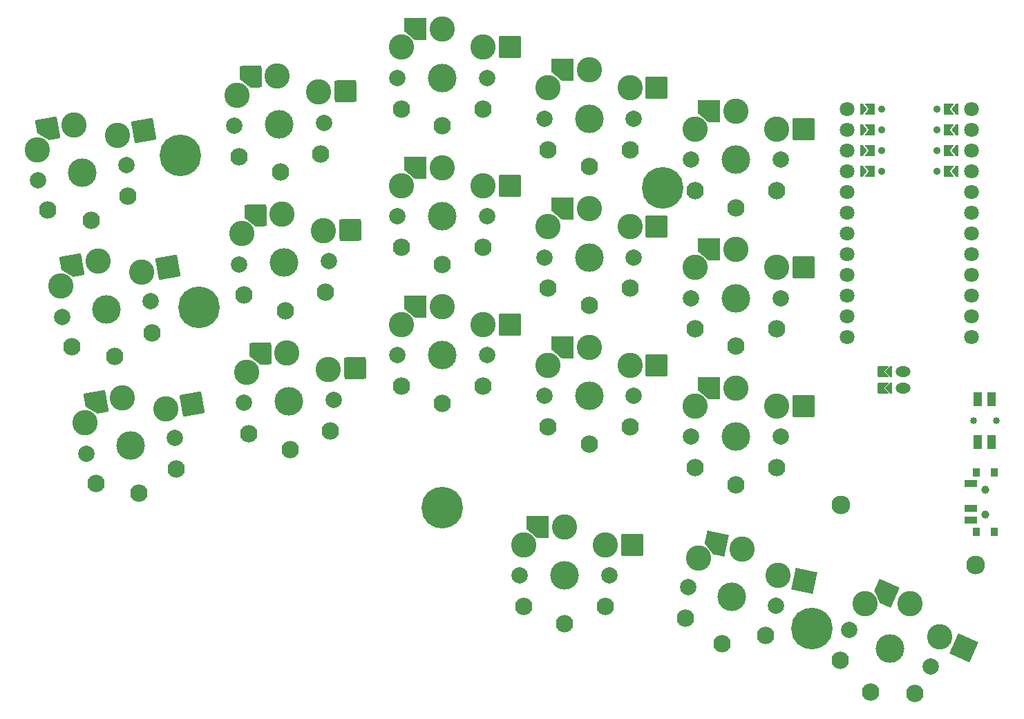
<source format=gbr>
%TF.GenerationSoftware,KiCad,Pcbnew,8.0.1*%
%TF.CreationDate,2024-05-06T23:29:14+03:00*%
%TF.ProjectId,new_ready_splayer_pcb,6e65775f-7265-4616-9479-5f73706c6179,v1.0.0*%
%TF.SameCoordinates,Original*%
%TF.FileFunction,Soldermask,Bot*%
%TF.FilePolarity,Negative*%
%FSLAX46Y46*%
G04 Gerber Fmt 4.6, Leading zero omitted, Abs format (unit mm)*
G04 Created by KiCad (PCBNEW 8.0.1) date 2024-05-06 23:29:14*
%MOMM*%
%LPD*%
G01*
G04 APERTURE LIST*
G04 Aperture macros list*
%AMRoundRect*
0 Rectangle with rounded corners*
0 $1 Rounding radius*
0 $2 $3 $4 $5 $6 $7 $8 $9 X,Y pos of 4 corners*
0 Add a 4 corners polygon primitive as box body*
4,1,4,$2,$3,$4,$5,$6,$7,$8,$9,$2,$3,0*
0 Add four circle primitives for the rounded corners*
1,1,$1+$1,$2,$3*
1,1,$1+$1,$4,$5*
1,1,$1+$1,$6,$7*
1,1,$1+$1,$8,$9*
0 Add four rect primitives between the rounded corners*
20,1,$1+$1,$2,$3,$4,$5,0*
20,1,$1+$1,$4,$5,$6,$7,0*
20,1,$1+$1,$6,$7,$8,$9,0*
20,1,$1+$1,$8,$9,$2,$3,0*%
%AMFreePoly0*
4,1,16,0.535355,0.660355,0.550000,0.625000,0.550000,-0.625000,0.535355,-0.660355,0.500000,-0.675000,-0.650000,-0.675000,-0.685355,-0.660355,-0.700000,-0.625000,-0.689043,-0.593765,-0.214031,0.000000,-0.689043,0.593765,-0.699694,0.630522,-0.681235,0.664043,-0.650000,0.675000,0.500000,0.675000,0.535355,0.660355,0.535355,0.660355,$1*%
%AMFreePoly1*
4,1,16,-0.214645,0.660355,-0.210957,0.656235,0.289043,0.031235,0.299694,-0.005522,0.289043,-0.031235,-0.210957,-0.656235,-0.244478,-0.674694,-0.250000,-0.675000,-0.500000,-0.675000,-0.535355,-0.660355,-0.550000,-0.625000,-0.550000,0.625000,-0.535355,0.660355,-0.500000,0.675000,-0.250000,0.675000,-0.214645,0.660355,-0.214645,0.660355,$1*%
%AMFreePoly2*
4,1,16,0.635355,0.285355,0.650000,0.250000,0.650000,-1.000000,0.635355,-1.035355,0.600000,-1.050000,0.564645,-1.035355,0.000000,-0.470710,-0.564645,-1.035355,-0.600000,-1.050000,-0.635355,-1.035355,-0.650000,-1.000000,-0.650000,0.250000,-0.635355,0.285355,-0.600000,0.300000,0.600000,0.300000,0.635355,0.285355,0.635355,0.285355,$1*%
%AMFreePoly3*
4,1,14,0.035355,0.435355,0.635355,-0.164645,0.650000,-0.200000,0.650000,-0.400000,0.635355,-0.435355,0.600000,-0.450000,-0.600000,-0.450000,-0.635355,-0.435355,-0.650000,-0.400000,-0.650000,-0.200000,-0.635355,-0.164645,-0.035355,0.435355,0.000000,0.450000,0.035355,0.435355,0.035355,0.435355,$1*%
%AMFreePoly4*
4,1,15,1.335355,1.335355,1.350000,1.300000,1.350000,-1.300000,1.335355,-1.335355,1.300000,-1.350000,-0.050000,-1.350000,-0.082160,-1.338285,-1.332160,-0.288285,-1.349812,-0.254331,-1.350000,-0.250000,-1.350000,1.300000,-1.335355,1.335355,-1.300000,1.350000,1.300000,1.350000,1.335355,1.335355,1.335355,1.335355,$1*%
G04 Aperture macros list end*
%ADD10C,0.850000*%
%ADD11RoundRect,0.050000X0.500000X-0.775000X0.500000X0.775000X-0.500000X0.775000X-0.500000X-0.775000X0*%
%ADD12C,5.100000*%
%ADD13C,2.300000*%
%ADD14FreePoly0,0.000000*%
%ADD15C,0.900000*%
%ADD16FreePoly1,180.000000*%
%ADD17C,1.800000*%
%ADD18FreePoly1,0.000000*%
%ADD19FreePoly0,180.000000*%
%ADD20RoundRect,0.050000X-0.400000X0.500000X-0.400000X-0.500000X0.400000X-0.500000X0.400000X0.500000X0*%
%ADD21C,1.000000*%
%ADD22RoundRect,0.050000X-0.750000X0.350000X-0.750000X-0.350000X0.750000X-0.350000X0.750000X0.350000X0*%
%ADD23FreePoly2,90.000000*%
%ADD24O,1.850000X1.300000*%
%ADD25FreePoly3,90.000000*%
%ADD26C,2.000000*%
%ADD27C,3.100000*%
%ADD28C,3.500000*%
%ADD29C,2.132000*%
%ADD30FreePoly4,10.000000*%
%ADD31RoundRect,0.050000X-1.054507X-1.505993X1.505993X-1.054507X1.054507X1.505993X-1.505993X1.054507X0*%
%ADD32FreePoly4,0.000000*%
%ADD33RoundRect,0.050000X-1.300000X-1.300000X1.300000X-1.300000X1.300000X1.300000X-1.300000X1.300000X0*%
%ADD34FreePoly4,348.000000*%
%ADD35RoundRect,0.050000X-1.541877X-1.001307X1.001307X-1.541877X1.541877X1.001307X-1.001307X1.541877X0*%
%ADD36FreePoly4,2.000000*%
%ADD37RoundRect,0.050000X-1.253839X-1.344577X1.344577X-1.253839X1.253839X1.344577X-1.344577X1.253839X0*%
%ADD38FreePoly4,336.000000*%
%ADD39RoundRect,0.050000X-1.716367X-0.658851X0.658851X-1.716367X1.716367X0.658851X-0.658851X1.716367X0*%
G04 APERTURE END LIST*
D10*
%TO.C,RST1*%
X269784009Y-133905853D03*
X272534009Y-133905853D03*
D11*
X272009009Y-131280853D03*
X270309009Y-131280853D03*
X272009009Y-136530853D03*
X270309009Y-136530853D03*
%TD*%
D12*
%TO.C,MH7*%
X249927216Y-159398435D03*
%TD*%
D13*
%TO.C,MH1*%
X269991491Y-151601480D03*
%TD*%
D12*
%TO.C,MH3*%
X172557597Y-101415189D03*
%TD*%
%TO.C,MH5*%
X174829857Y-120003004D03*
%TD*%
D14*
%TO.C,MCU1*%
X257134000Y-95715000D03*
D15*
X265309000Y-95715000D03*
D16*
X267409000Y-95715000D03*
D17*
X269529000Y-95715000D03*
D14*
X257134000Y-98255000D03*
D15*
X265309000Y-98255000D03*
D16*
X267409000Y-98255000D03*
D17*
X269529000Y-98255000D03*
D14*
X257134000Y-100795000D03*
D15*
X265309000Y-100795000D03*
D16*
X267409000Y-100795000D03*
D17*
X269529000Y-100795000D03*
D14*
X257134000Y-103335000D03*
D15*
X265309000Y-103335000D03*
D16*
X267409000Y-103335000D03*
D17*
X269529000Y-103335000D03*
X269529000Y-105875000D03*
X269529000Y-108415000D03*
X269529000Y-110955000D03*
X269529000Y-113495000D03*
X269529000Y-116035000D03*
X269529000Y-118575000D03*
X269529000Y-121115000D03*
X269529000Y-123655000D03*
X254289000Y-123655000D03*
X254289000Y-121115000D03*
X254289000Y-118575000D03*
X254289000Y-116035000D03*
X254289000Y-113495000D03*
X254289000Y-110955000D03*
X254289000Y-108415000D03*
X254289000Y-105875000D03*
X254289000Y-103335000D03*
D18*
X256409000Y-103335000D03*
D17*
X254289000Y-100795000D03*
D18*
X256409000Y-100795000D03*
D17*
X254289000Y-98255000D03*
D18*
X256409000Y-98255000D03*
D17*
X254289000Y-95715000D03*
D18*
X256409000Y-95715000D03*
D15*
X258509000Y-103335000D03*
D19*
X266684000Y-103335000D03*
D15*
X258509000Y-100795000D03*
D19*
X266684000Y-100795000D03*
D15*
X258509000Y-98255000D03*
D19*
X266684000Y-98255000D03*
D15*
X258509000Y-95715000D03*
D19*
X266684000Y-95715000D03*
%TD*%
D12*
%TO.C,MH4*%
X231659009Y-105405854D03*
%TD*%
D20*
%TO.C,PWR1*%
X270074008Y-147555851D03*
X270074009Y-140255851D03*
D21*
X271184009Y-142405852D03*
X271184009Y-145405852D03*
D20*
X272284008Y-140255852D03*
X272284009Y-147555852D03*
D22*
X269424009Y-141655852D03*
X269424009Y-144655853D03*
X269424008Y-146155852D03*
%TD*%
D23*
%TO.C,JST1*%
X258343007Y-129905850D03*
X258343007Y-127905850D03*
D24*
X261159006Y-127905850D03*
X261159008Y-129905850D03*
D25*
X259359006Y-127905851D03*
X259359007Y-129905850D03*
%TD*%
D12*
%TO.C,MH6*%
X204659011Y-144605852D03*
%TD*%
D13*
%TO.C,MH2*%
X253547674Y-144280218D03*
%TD*%
D26*
%TO.C,S1*%
X161079777Y-137963538D03*
D27*
X160921001Y-134183685D03*
X165463013Y-131148867D03*
D28*
X166496220Y-137008473D03*
D27*
X170769078Y-132447202D03*
D26*
X171912663Y-136053408D03*
D29*
X162232044Y-141618983D03*
D30*
X162237768Y-131717565D03*
D29*
X172080122Y-139882502D03*
X167520744Y-142818839D03*
D31*
X173994323Y-131878505D03*
%TD*%
D26*
%TO.C,S15*%
X235159009Y-101905854D03*
D27*
X235659010Y-98155854D03*
X240659009Y-95955854D03*
D28*
X240659009Y-101905854D03*
D27*
X245659008Y-98155854D03*
D26*
X246159009Y-101905854D03*
D29*
X235659009Y-105705854D03*
D32*
X237384009Y-95955854D03*
D29*
X245659009Y-105705854D03*
X240659009Y-107805854D03*
D33*
X248934009Y-98155854D03*
%TD*%
D26*
%TO.C,S3*%
X155175740Y-104480077D03*
D27*
X155016964Y-100700224D03*
X159558976Y-97665406D03*
D28*
X160592183Y-103525012D03*
D27*
X164865041Y-98963741D03*
D26*
X166008626Y-102569947D03*
D29*
X156328007Y-108135522D03*
D30*
X156333731Y-98234104D03*
D29*
X166176085Y-106399041D03*
X161616707Y-109335378D03*
D31*
X168090286Y-98395044D03*
%TD*%
D26*
%TO.C,S13*%
X235159006Y-135905853D03*
D27*
X235659007Y-132155853D03*
X240659006Y-129955853D03*
D28*
X240659006Y-135905853D03*
D27*
X245659005Y-132155853D03*
D26*
X246159006Y-135905853D03*
D29*
X235659006Y-139705853D03*
D32*
X237384006Y-129955853D03*
D29*
X245659006Y-139705853D03*
X240659006Y-141805853D03*
D33*
X248934006Y-132155853D03*
%TD*%
D26*
%TO.C,S8*%
X199159010Y-108905851D03*
D27*
X199659011Y-105155851D03*
X204659010Y-102955851D03*
D28*
X204659010Y-108905851D03*
D27*
X209659009Y-105155851D03*
D26*
X210159010Y-108905851D03*
D29*
X199659010Y-112705851D03*
D32*
X201384010Y-102955851D03*
D29*
X209659010Y-112705851D03*
X204659010Y-114805851D03*
D33*
X212934010Y-105155851D03*
%TD*%
D26*
%TO.C,S17*%
X234797817Y-154342368D03*
D27*
X236066560Y-150778269D03*
X241414704Y-149665904D03*
D28*
X240177629Y-155485882D03*
D27*
X245848036Y-152857386D03*
D26*
X245557441Y-156629396D03*
D29*
X234496827Y-158163283D03*
D34*
X238211270Y-148984992D03*
D29*
X244278303Y-160242401D03*
X238950950Y-161256953D03*
D35*
X249051469Y-153538298D03*
%TD*%
D26*
%TO.C,S5*%
X179755140Y-114768200D03*
D27*
X180123964Y-111003035D03*
X185044138Y-108629878D03*
D28*
X185251790Y-114576253D03*
D27*
X190117870Y-110654040D03*
D26*
X190748440Y-114384306D03*
D29*
X180387454Y-118548436D03*
D36*
X181771133Y-108744173D03*
D29*
X190381362Y-118199441D03*
X185457696Y-120472659D03*
D37*
X193390876Y-110539744D03*
%TD*%
D26*
%TO.C,S9*%
X199159008Y-91905853D03*
D27*
X199659009Y-88155853D03*
X204659008Y-85955853D03*
D28*
X204659008Y-91905853D03*
D27*
X209659007Y-88155853D03*
D26*
X210159008Y-91905853D03*
D29*
X199659008Y-95705853D03*
D32*
X201384008Y-85955853D03*
D29*
X209659008Y-95705853D03*
X204659008Y-97805853D03*
D33*
X212934008Y-88155853D03*
%TD*%
D26*
%TO.C,S14*%
X235159011Y-118905855D03*
D27*
X235659012Y-115155855D03*
X240659011Y-112955855D03*
D28*
X240659011Y-118905855D03*
D27*
X245659010Y-115155855D03*
D26*
X246159011Y-118905855D03*
D29*
X235659011Y-122705855D03*
D32*
X237384011Y-112955855D03*
D29*
X245659011Y-122705855D03*
X240659011Y-124805855D03*
D33*
X248934011Y-115155855D03*
%TD*%
D26*
%TO.C,S7*%
X199159009Y-125905852D03*
D27*
X199659010Y-122155852D03*
X204659009Y-119955852D03*
D28*
X204659009Y-125905852D03*
D27*
X209659008Y-122155852D03*
D26*
X210159009Y-125905852D03*
D29*
X199659009Y-129705852D03*
D32*
X201384009Y-119955852D03*
D29*
X209659009Y-129705852D03*
X204659009Y-131805852D03*
D33*
X212934009Y-122155852D03*
%TD*%
D26*
%TO.C,S12*%
X217159012Y-96905853D03*
D27*
X217659013Y-93155853D03*
X222659012Y-90955853D03*
D28*
X222659012Y-96905853D03*
D27*
X227659011Y-93155853D03*
D26*
X228159012Y-96905853D03*
D29*
X217659012Y-100705853D03*
D32*
X219384012Y-90955853D03*
D29*
X227659012Y-100705853D03*
X222659012Y-102805853D03*
D33*
X230934012Y-93155853D03*
%TD*%
D26*
%TO.C,S2*%
X158127762Y-121221809D03*
D27*
X157968986Y-117441956D03*
X162510998Y-114407138D03*
D28*
X163544205Y-120266744D03*
D27*
X167817063Y-115705473D03*
D26*
X168960648Y-119311679D03*
D29*
X159280029Y-124877254D03*
D30*
X159285753Y-114975836D03*
D29*
X169128107Y-123140773D03*
X164568729Y-126077110D03*
D31*
X171042308Y-115136776D03*
%TD*%
D26*
%TO.C,S11*%
X217159006Y-113905854D03*
D27*
X217659007Y-110155854D03*
X222659006Y-107955854D03*
D28*
X222659006Y-113905854D03*
D27*
X227659005Y-110155854D03*
D26*
X228159006Y-113905854D03*
D29*
X217659006Y-117705854D03*
D32*
X219384006Y-107955854D03*
D29*
X227659006Y-117705854D03*
X222659006Y-119805854D03*
D33*
X230934006Y-110155854D03*
%TD*%
D26*
%TO.C,S18*%
X254502229Y-159592267D03*
D27*
X256484264Y-156369840D03*
X261946812Y-156393724D03*
D28*
X259526729Y-161829319D03*
D27*
X265619719Y-160437207D03*
D26*
X264551229Y-164066371D03*
D29*
X253413402Y-163267109D03*
D38*
X258954951Y-155061661D03*
D29*
X262548857Y-167334475D03*
X257126983Y-167219237D03*
D39*
X268611580Y-161769269D03*
%TD*%
D26*
%TO.C,S16*%
X214159008Y-152905851D03*
D27*
X214659009Y-149155851D03*
X219659008Y-146955851D03*
D28*
X219659008Y-152905851D03*
D27*
X224659007Y-149155851D03*
D26*
X225159008Y-152905851D03*
D29*
X214659008Y-156705851D03*
D32*
X216384008Y-146955851D03*
D29*
X224659008Y-156705851D03*
X219659008Y-158805851D03*
D33*
X227934008Y-149155851D03*
%TD*%
D26*
%TO.C,S6*%
X179161850Y-97778558D03*
D27*
X179530674Y-94013393D03*
X184450848Y-91640236D03*
D28*
X184658500Y-97586611D03*
D27*
X189524580Y-93664398D03*
D26*
X190155150Y-97394664D03*
D29*
X179794164Y-101558794D03*
D36*
X181177843Y-91754531D03*
D29*
X189788072Y-101209799D03*
X184864406Y-103483017D03*
D37*
X192797586Y-93550102D03*
%TD*%
D26*
%TO.C,S10*%
X217159009Y-130905852D03*
D27*
X217659010Y-127155852D03*
X222659009Y-124955852D03*
D28*
X222659009Y-130905852D03*
D27*
X227659008Y-127155852D03*
D26*
X228159009Y-130905852D03*
D29*
X217659009Y-134705852D03*
D32*
X219384009Y-124955852D03*
D29*
X227659009Y-134705852D03*
X222659009Y-136805852D03*
D33*
X230934009Y-127155852D03*
%TD*%
D26*
%TO.C,S4*%
X180348431Y-131757844D03*
D27*
X180717255Y-127992679D03*
X185637429Y-125619522D03*
D28*
X185845081Y-131565897D03*
D27*
X190711161Y-127643684D03*
D26*
X191341731Y-131373950D03*
D29*
X180980745Y-135538080D03*
D36*
X182364424Y-125733817D03*
D29*
X190974653Y-135189085D03*
X186050987Y-137462303D03*
D37*
X193984167Y-127529388D03*
%TD*%
M02*

</source>
